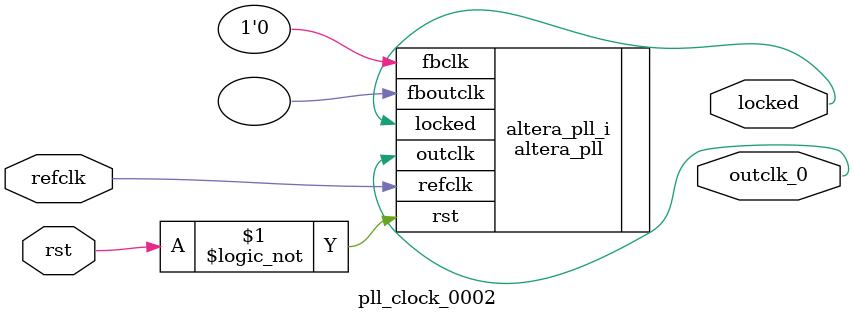
<source format=v>
`timescale 1ns/10ps
module  pll_clock_0002(

	// interface 'refclk'
	input wire refclk,

	// interface 'reset'
	input wire rst,

	// interface 'outclk0'
	output wire outclk_0,

	// interface 'locked'
	output wire locked
);

	altera_pll #(
		.fractional_vco_multiplier("false"),
		.reference_clock_frequency("50.0 MHz"),
		.operation_mode("direct"),
		.number_of_clocks(1),
		.output_clock_frequency0("12.000000 MHz"),
		.phase_shift0("0 ps"),
		.duty_cycle0(50),
		.output_clock_frequency1("0 MHz"),
		.phase_shift1("0 ps"),
		.duty_cycle1(50),
		.output_clock_frequency2("0 MHz"),
		.phase_shift2("0 ps"),
		.duty_cycle2(50),
		.output_clock_frequency3("0 MHz"),
		.phase_shift3("0 ps"),
		.duty_cycle3(50),
		.output_clock_frequency4("0 MHz"),
		.phase_shift4("0 ps"),
		.duty_cycle4(50),
		.output_clock_frequency5("0 MHz"),
		.phase_shift5("0 ps"),
		.duty_cycle5(50),
		.output_clock_frequency6("0 MHz"),
		.phase_shift6("0 ps"),
		.duty_cycle6(50),
		.output_clock_frequency7("0 MHz"),
		.phase_shift7("0 ps"),
		.duty_cycle7(50),
		.output_clock_frequency8("0 MHz"),
		.phase_shift8("0 ps"),
		.duty_cycle8(50),
		.output_clock_frequency9("0 MHz"),
		.phase_shift9("0 ps"),
		.duty_cycle9(50),
		.output_clock_frequency10("0 MHz"),
		.phase_shift10("0 ps"),
		.duty_cycle10(50),
		.output_clock_frequency11("0 MHz"),
		.phase_shift11("0 ps"),
		.duty_cycle11(50),
		.output_clock_frequency12("0 MHz"),
		.phase_shift12("0 ps"),
		.duty_cycle12(50),
		.output_clock_frequency13("0 MHz"),
		.phase_shift13("0 ps"),
		.duty_cycle13(50),
		.output_clock_frequency14("0 MHz"),
		.phase_shift14("0 ps"),
		.duty_cycle14(50),
		.output_clock_frequency15("0 MHz"),
		.phase_shift15("0 ps"),
		.duty_cycle15(50),
		.output_clock_frequency16("0 MHz"),
		.phase_shift16("0 ps"),
		.duty_cycle16(50),
		.output_clock_frequency17("0 MHz"),
		.phase_shift17("0 ps"),
		.duty_cycle17(50),
		.pll_type("General"),
		.pll_subtype("General")
	) altera_pll_i (
		.rst	(!rst),
		.outclk	({outclk_0}),
		.locked	(locked),
		.fboutclk	( ),
		.fbclk	(1'b0),
		.refclk	(refclk)
	);
endmodule


</source>
